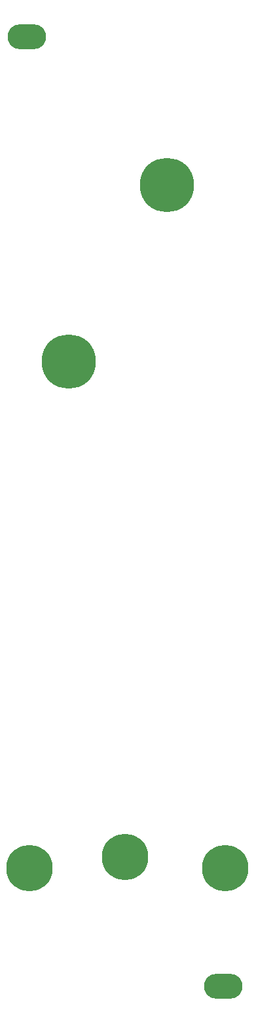
<source format=gbr>
%TF.GenerationSoftware,KiCad,Pcbnew,7.0.6*%
%TF.CreationDate,2023-07-26T19:09:21+01:00*%
%TF.ProjectId,Hypersoniq_Panel,48797065-7273-46f6-9e69-715f50616e65,rev?*%
%TF.SameCoordinates,Original*%
%TF.FileFunction,Soldermask,Bot*%
%TF.FilePolarity,Negative*%
%FSLAX46Y46*%
G04 Gerber Fmt 4.6, Leading zero omitted, Abs format (unit mm)*
G04 Created by KiCad (PCBNEW 7.0.6) date 2023-07-26 19:09:21*
%MOMM*%
%LPD*%
G01*
G04 APERTURE LIST*
%ADD10C,6.000000*%
%ADD11C,7.000000*%
%ADD12O,5.000000X3.200000*%
G04 APERTURE END LIST*
D10*
%TO.C,Ref\u002A\u002A*%
X70200000Y-140000000D03*
%TD*%
D11*
%TO.C,Ref\u002A\u002A*%
X75600000Y-53300000D03*
%TD*%
%TO.C,Ref\u002A\u002A*%
X62900000Y-76100000D03*
%TD*%
D12*
%TO.C,Ref\u002A\u002A*%
X82900000Y-156700000D03*
%TD*%
D10*
%TO.C,Ref\u002A\u002A*%
X57800000Y-141500000D03*
%TD*%
%TO.C,Ref\u002A\u002A*%
X83100000Y-141500000D03*
%TD*%
D12*
%TO.C,Ref\u002A\u002A*%
X57500000Y-34200000D03*
%TD*%
M02*

</source>
